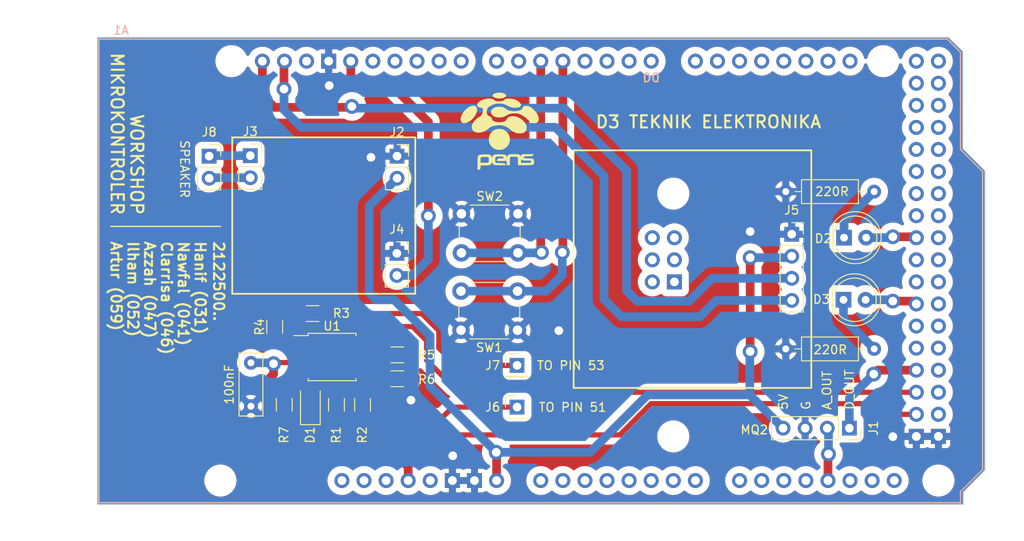
<source format=kicad_pcb>
(kicad_pcb (version 20221018) (generator pcbnew)
  (layers (0 "F.Cu" signal) (31 "B.Cu" signal) (34 "B.Paste" user) (35 "F.Paste" user) (36 "B.SilkS" user "B.Silkscreen") (37 "F.SilkS" user "F.Silkscreen") (38 "B.Mask" user) (39 "F.Mask" user) (44 "Edge.Cuts" user))
  (net 0 "")
  (net 1 "3V3")
  (net 2 "5V")
  (net 6 "A0")
  (net 24 "PE5")
  (net 25 "Net-(D2-A)")
  (net 31 "PB7")
  (net 62 "GND")
  (net 64 "MISO")
  (net 65 "MOSI")
  (net 68 "SCK")
  (net 69 "SCL_OLED")
  (net 70 "SDA_OLED")
  (net 71 "Net-(D1-K)")
  (net 72 "Net-(D2-K)")
  (net 73 "CS")
  (net 74 "Net-(U1-~{CS})")
  (net 75 "Data_In")
  (net 76 "CLK")
  (net 89 "Net-(D3-A)")
  (net 92 "Net-(A1-PadD5)")
  (net 93 "Net-(A1-PadD4)")
  (net 94 "Net-(D3-K)")
  (net 96 "Net-(J3-Pin_2)")
  (net 97 "Net-(J3-Pin_1)")
  (footprint "Resistor_SMD:R_1206_3216Metric" (layer "F.Cu") (at 134.4325 108.335 90)
    (fp_text reference "R2" (at -3.465 -0.0325 90) (layer "F.SilkS"))
    (fp_text value "1k")
    (pad "1" smd roundrect (at -1.4625 0 90) (size 1.125 1.75) (layers "F.Cu" "F.Paste" "F.Mask") (roundrect_rratio 0.2222222222) (net 65 "MOSI"))
    (pad "2" smd roundrect (at 1.4625 0 90) (size 1.125 1.75) (layers "F.Cu" "F.Paste" "F.Mask") (roundrect_rratio 0.2222222222) (net 75 "Data_In"))
  )
  (footprint "LED_THT:LED_D5.0mm" (layer "F.Cu") (at 189.725 96.25)
    (fp_text reference "D3" (at -2.525 -0.05) (layer "F.SilkS"))
    (fp_text value "LED")
    (pad "1" thru_hole rect (at 0 0) (size 1.8 1.8) (drill 0.9) (layers "*.Cu" "*.Mask") (net 94 "Net-(D3-K)"))
    (pad "2" thru_hole circle (at 2.54 0) (size 1.8 1.8) (drill 0.9) (layers "*.Cu" "*.Mask") (net 89 "Net-(D3-A)"))
  )
  (footprint "Resistor_SMD:R_1206_3216Metric" (layer "F.Cu") (at 138.4325 105.335)
    (fp_text reference "R6" (at 3.3675 0.065) (layer "F.SilkS"))
    (fp_text value "2k")
    (pad "1" smd roundrect (at -1.4625 0) (size 1.125 1.75) (layers "F.Cu" "F.Paste" "F.Mask") (roundrect_rratio 0.2222222222) (net 75 "Data_In"))
    (pad "2" smd roundrect (at 1.4625 0) (size 1.125 1.75) (layers "F.Cu" "F.Paste" "F.Mask") (roundrect_rratio 0.2222222222) (net 62 "GND"))
  )
  (footprint "PCM_arduino-library:Arduino_Mega2560_R3_Shield" (layer "F.Cu") (at 104.12 119.59)
    (fp_text reference "A1" (at 2.54 -54.356) (layer "B.SilkS") (effects (justify mirror)))
    (fp_text value "Arduino_Mega2560_R3_Shield")
    (fp_text user "D0" (at 63.5 -48.895 unlocked) (layer "B.SilkS") (effects (justify mirror)))
    (fp_text user "." (at 62.484 -32.004) (layer "B.SilkS"))
    (fp_text user "D0" (at 63.5 -48.895 unlocked) (layer "F.SilkS"))
    (fp_text user "." (at 62.484 -32.004) (layer "F.SilkS"))
    (pad "" np_thru_hole circle (at 13.97 -2.54) (size 3.2 3.2) (drill 3.2) (layers "*.Cu" "*.Mask"))
    (pad "" np_thru_hole circle (at 15.24 -50.8) (size 3.2 3.2) (drill 3.2) (layers "*.Cu" "*.Mask"))
    (pad "" thru_hole oval (at 27.94 -2.54) (size 1.7272 1.7272) (drill 1.016) (layers "*.Cu" "*.Mask"))
    (pad "" np_thru_hole circle (at 66.04 -35.56) (size 3.2 3.2) (drill 3.2) (layers "*.Cu" "*.Mask"))
    (pad "" np_thru_hole circle (at 66.04 -7.62) (size 3.2 3.2) (drill 3.2) (layers "*.Cu" "*.Mask"))
    (pad "" np_thru_hole circle (at 90.17 -50.8) (size 3.2 3.2) (drill 3.2) (layers "*.Cu" "*.Mask"))
    (pad "" np_thru_hole circle (at 96.52 -2.54) (size 3.2 3.2) (drill 3.2) (layers "*.Cu" "*.Mask"))
    (pad "3V3" thru_hole oval (at 35.56 -2.54) (size 1.7272 1.7272) (drill 1.016) (layers "*.Cu" "*.Mask") (net 1 "3V3"))
    (pad "5V1" thru_hole oval (at 38.1 -2.54) (size 1.7272 1.7272) (drill 1.016) (layers "*.Cu" "*.Mask"))
    (pad "5V2" thru_hole oval (at 66.167 -30.48) (size 1.7272 1.7272) (drill 1.016) (layers "*.Cu" "*.Mask"))
    (pad "5V3" thru_hole oval (at 93.98 -50.8) (size 1.7272 1.7272) (drill 1.016) (layers "*.Cu" "*.Mask"))
    (pad "5V4" thru_hole oval (at 96.52 -50.8) (size 1.7272 1.7272) (drill 1.016) (layers "*.Cu" "*.Mask"))
    (pad "A0" thru_hole oval (at 50.8 -2.54) (size 1.7272 1.7272) (drill 1.016) (layers "*.Cu" "*.Mask"))
    (pad "A1" thru_hole oval (at 53.34 -2.54) (size 1.7272 1.7272) (drill 1.016) (layers "*.Cu" "*.Mask"))
    (pad "A2" thru_hole oval (at 55.88 -2.54) (size 1.7272 1.7272) (drill 1.016) (layers "*.Cu" "*.Mask"))
    (pad "A3" thru_hole oval (at 58.42 -2.54) (size 1.7272 1.7272) (drill 1.016) (layers "*.Cu" "*.Mask"))
    (pad "A4" thru_hole oval (at 60.96 -2.54) (size 1.7272 1.7272) (drill 1.016) (layers "*.Cu" "*.Mask"))
    (pad "A5" thru_hole oval (at 63.5 -2.54) (size 1.7272 1.7272) (drill 1.016) (layers "*.Cu" "*.Mask"))
    (pad "A6" thru_hole oval (at 66.04 -2.54) (size 1.7272 1.7272) (drill 1.016) (layers "*.Cu" "*.Mask"))
    (pad "A7" thru_hole oval (at 68.58 -2.54) (size 1.7272 1.7272) (drill 1.016) (layers "*.Cu" "*.Mask"))
    (pad "A8" thru_hole oval (at 73.66 -2.54) (size 1.7272 1.7272) (drill 1.016) (layers "*.Cu" "*.Mask"))
    (pad "A9" thru_hole oval (at 76.2 -2.54) (size 1.7272 1.7272) (drill 1.016) (layers "*.Cu" "*.Mask"))
    (pad "A10" thru_hole oval (at 78.74 -2.54) (size 1.7272 1.7272) (drill 1.016) (layers "*.Cu" "*.Mask"))
    (pad "A11" thru_hole oval (at 81.28 -2.54) (size 1.7272 1.7272) (drill 1.016) (layers "*.Cu" "*.Mask"))
    (pad "A12" thru_hole oval (at 83.82 -2.54) (size 1.7272 1.7272) (drill 1.016) (layers "*.Cu" "*.Mask") (net 6 "A0"))
    (pad "A13" thru_hole oval (at 86.36 -2.54) (size 1.7272 1.7272) (drill 1.016) (layers "*.Cu" "*.Mask"))
    (pad "A14" thru_hole oval (at 88.9 -2.54) (size 1.7272 1.7272) (drill 1.016) (layers "*.Cu" "*.Mask"))
    (pad "A15" thru_hole oval (at 91.44 -2.54) (size 1.7272 1.7272) (drill 1.016) (layers "*.Cu" "*.Mask"))
    (pad "AREF" thru_hole oval (at 23.876 -50.8) (size 1.7272 1.7272) (drill 1.016) (layers "*.Cu" "*.Mask"))
    (pad "D0" thru_hole oval (at 63.5 -50.8) (size 1.7272 1.7272) (drill 1.016) (layers "*.Cu" "*.Mask"))
    (pad "D1" thru_hole oval (at 60.96 -50.8) (size 1.7272 1.7272) (drill 1.016) (layers "*.Cu" "*.Mask"))
    (pad "D2" thru_hole oval (at 58.42 -50.8) (size 1.7272 1.7272) (drill 1.016) (layers "*.Cu" "*.Mask"))
    (pad "D3" thru_hole oval (at 55.88 -50.8) (size 1.7272 1.7272) (drill 1.016) (layers "*.Cu" "*.Mask"))
    (pad "D4" thru_hole oval (at 53.34 -50.8) (size 1.7272 1.7272) (drill 1.016) (layers "*.Cu" "*.Mask") (net 93 "Net-(A1-PadD4)"))
    (pad "D5" thru_hole oval (at 50.8 -50.8) (size 1.7272 1.7272) (drill 1.016) (layers "*.Cu" "*.Mask") (net 92 "Net-(A1-PadD5)"))
    (pad "D6" thru_hole oval (at 48.26 -50.8) (size 1.7272 1.7272) (drill 1.016) (layers "*.Cu" "*.Mask"))
    (pad "D7" thru_hole oval (at 45.72 -50.8) (size 1.7272 1.7272) (drill 1.016) (layers "*.Cu" "*.Mask"))
    (pad "D8" thru_hole oval (at 41.656 -50.8) (size 1.7272 1.7272) (drill 1.016) (layers "*.Cu" "*.Mask"))
    (pad "D9" thru_hole oval (at 39.116 -50.8) (size 1.7272 1.7272) (drill 1.016) (layers "*.Cu" "*.Mask"))
    (pad "D10" thru_hole oval (at 36.576 -50.8) (size 1.7272 1.7272) (drill 1.016) (layers "*.Cu" "*.Mask"))
    (pad "D11" thru_hole oval (at 34.036 -50.8) (size 1.7272 1.7272) (drill 1.016) (layers "*.Cu" "*.Mask"))
    (pad "D12" thru_hole oval (at 31.496 -50.8) (size 1.7272 1.7272) (drill 1.016) (layers "*.Cu" "*.Mask"))
    (pad "D13" thru_hole oval (at 28.956 -50.8) (size 1.7272 1.7272) (drill 1.016) (layers "*.Cu" "*.Mask") (net 31 "PB7"))
    (pad "D14" thru_hole oval (at 68.58 -50.8) (size 1.7272 1.7272) (drill 1.016) (layers "*.Cu" "*.Mask"))
    (pad "D15" thru_hole oval (at 71.12 -50.8) (size 1.7272 1.7272) (drill 1.016) (layers "*.Cu" "*.Mask"))
    (pad "D16" thru_hole oval (at 73.66 -50.8) (size 1.7272 1.7272) (drill 1.016) (layers "*.Cu" "*.Mask"))
    (pad "D17" thru_hole oval (at 76.2 -50.8) (size 1.7272 1.7272) (drill 1.016) (layers "*.Cu" "*.Mask"))
    (pad "D18" thru_hole oval (at 78.74 -50.8) (size 1.7272 1.7272) (drill 1.016) (layers "*.Cu" "*.Mask"))
    (pad "D19" thru_hole oval (at 81.28 -50.8) (size 1.7272 1.7272) (drill 1.016) (layers "*.Cu" "*.Mask"))
    (pad "D20" thru_hole oval (at 83.82 -50.8) (size 1.7272 1.7272) (drill 1.016) (layers "*.Cu" "*.Mask"))
    (pad "D21" thru_hole oval (at 86.36 -50.8) (size 1.7272 1.7272) (drill 1.016) (layers "*.Cu" "*.Mask"))
    (pad "D22" thru_hole oval (at 93.98 -48.26) (size 1.7272 1.7272) (drill 1.016) (layers "*.Cu" "*.Mask"))
    (pad "D23" thru_hole oval (at 96.52 -48.26) (size 1.7272 1.7272) (drill 1.016) (layers "*.Cu" "*.Mask"))
    (pad "D24" thru_hole oval (at 93.98 -45.72) (size 1.7272 1.7272) (drill 1.016) (layers "*.Cu" "*.Mask"))
    (pad "D25" thru_hole oval (at 96.52 -45.72) (size 1.7272 1.7272) (drill 1.016) (layers "*.Cu" "*.Mask"))
    (pad "D26" thru_hole oval (at 93.98 -43.18) (size 1.7272 1.7272) (drill 1.016) (layers "*.Cu" "*.Mask"))
    (pad "D27" thru_hole oval (at 96.52 -43.18) (size 1.7272 1.7272) (drill 1.016) (layers "*.Cu" "*.Mask"))
    (pad "D28" thru_hole oval (at 93.98 -40.64) (size 1.7272 1.7272) (drill 1.016) (layers "*.Cu" "*.Mask"))
    (pad "D29" thru_hole oval (at 96.52 -40.64) (size 1.7272 1.7272) (drill 1.016) (layers "*.Cu" "*.Mask"))
    (pad "D30" thru_hole oval (at 93.98 -38.1) (size 1.7272 1.7272) (drill 1.016) (layers "*.Cu" "*.Mask"))
    (pad "D31" thru_hole oval (at 96.52 -38.1) (size 1.7272 1.7272) (drill 1.016) (layers "*.Cu" "*.Mask"))
    (pad "D32" thru_hole oval (at 93.98 -35.56) (size 1.7272 1.7272) (drill 1.016) (layers "*.Cu" "*.Mask"))
    (pad "D33" thru_hole oval (at 96.52 -35.56) (size 1.7272 1.7272) (drill 1.016) (layers "*.Cu" "*.Mask"))
    (pad "D34" thru_hole oval (at 93.98 -33.02) (size 1.7272 1.7272) (drill 1.016) (layers "*.Cu" "*.Mask"))
    (pad "D35" thru_hole oval (at 96.52 -33.02) (size 1.7272 1.7272) (drill 1.016) (layers "*.Cu" "*.Mask"))
    (pad "D36" thru_hole oval (at 93.98 -30.48) (size 1.7272 1.7272) (drill 1.016) (layers "*.Cu" "*.Mask") (net 25 "Net-(D2-A)"))
    (pad "D37" thru_hole oval (at 96.52 -30.48) (size 1.7272 1.7272) (drill 1.016) (layers "*.Cu" "*.Mask"))
    (pad "D38" thru_hole oval (at 93.98 -27.94) (size 1.7272 1.7272) (drill 1.016) (layers "*.Cu" "*.Mask"))
    (pad "D39" thru_hole oval (at 96.52 -27.94) (size 1.7272 1.7272) (drill 1.016) (layers "*.Cu" "*.Mask"))
    (pad "D40" thru_hole oval (at 93.98 -25.4) (size 1.7272 1.7272) (drill 1.016) (layers "*.Cu" "*.Mask"))
    (pad "D41" thru_hole oval (at 96.52 -25.4) (size 1.7272 1.7272) (drill 1.016) (layers "*.Cu" "*.Mask"))
    (pad "D42" thru_hole oval (at 93.98 -22.86) (size 1.7272 1.7272) (drill 1.016) (layers "*.Cu" "*.Mask") (net 89 "Net-(D3-A)"))
    (pad "D43" thru_hole oval (at 96.52 -22.86) (size 1.7272 1.7272) (drill 1.016) (layers "*.Cu" "*.Mask"))
    (pad "D44" thru_hole oval (at 93.98 -20.32) (size 1.7272 1.7272) (drill 1.016) (layers "*.Cu" "*.Mask"))
    (pad "D45" thru_hole oval (at 96.52 -20.32) (size 1.7272 1.7272) (drill 1.016) (layers "*.Cu" "*.Mask"))
    (pad "D46" thru_hole oval (at 93.98 -17.78) (size 1.7272 1.7272) (drill 1.016) (layers "*.Cu" "*.Mask"))
    (pad "D47" thru_hole oval (at 96.52 -17.78) (size 1.7272 1.7272) (drill 1.016) (layers "*.Cu" "*.Mask"))
    (pad "D48" thru_hole oval (at 93.98 -15.24) (size 1.7272 1.7272) (drill 1.016) (layers "*.Cu" "*.Mask") (net 24 "PE5"))
    (pad "D49" thru_hole oval (at 96.52 -15.24) (size 1.7272 1.7272) (drill 1.016) (layers "*.Cu" "*.Mask"))
    (pad "D50" thru_hole oval (at 93.98 -12.7) (size 1.7272 1.7272) (drill 1.016) (layers "*.Cu" "*.Mask") (net 64 "MISO"))
    (pad "D51" thru_hole oval (at 96.52 -12.7) (size 1.7272 1.7272) (drill 1.016) (layers "*.Cu" "*.Mask"))
    (pad "D52" thru_hole oval (at 93.98 -10.16) (size 1.7272 1.7272) (drill 1.016) (layers "*.Cu" "*.Mask") (net 68 "SCK"))
    (pad "D53" thru_hole oval (at 96.52 -10.16) (size 1.7272 1.7272) (drill 1.016) (layers "*.Cu" "*.Mask"))
    (pad "GND1" thru_hole rect (at 26.416 -50.8) (size 1.7272 1.7272) (drill 1.016) (layers "*.Cu" "*.Mask") (net 62 "GND"))
    (pad "GND2" thru_hole rect (at 40.64 -2.54) (size 1.7272 1.7272) (drill 1.016) (layers "*.Cu" "*.Mask") (net 62 "GND"))
    (pad "GND3" thru_hole rect (at 43.18 -2.54) (size 1.7272 1.7272) (drill 1.016) (layers "*.Cu" "*.Mask") (net 62 "GND"))
    (pad "GND4" thru_hole rect (at 66.167 -25.4) (size 1.7272 1.7272) (drill 1.016) (layers "*.Cu" "*.Mask"))
    (pad "GND5" thru_hole rect (at 93.98 -7.62) (size 1.7272 1.7272) (drill 1.016) (layers "*.Cu" "*.Mask") (net 62 "GND"))
    (pad "GND6" thru_hole rect (at 96.52 -7.62) (size 1.7272 1.7272) (drill 1.016) (layers "*.Cu" "*.Mask") (net 62 "GND"))
    (pad "IORF" thru_hole oval (at 30.48 -2.54) (size 1.7272 1.7272) (drill 1.016) (layers "*.Cu" "*.Mask"))
    (pad "MISO" thru_hole oval (at 63.627 -30.48) (size 1.7272 1.7272) (drill 1.016) (layers "*.Cu" "*.Mask"))
    (pad "MOSI" thru_hole oval (at 66.167 -27.94) (size 1.7272 1.7272) (drill 1.016) (layers "*.Cu" "*.Mask"))
    (pad "RST1" thru_hole oval (at 33.02 -2.54) (size 1.7272 1.7272) (drill 1.016) (layers "*.Cu" "*.Mask"))
    (pad "RST2" thru_hole oval (at 63.627 -25.4) (size 1.7272 1.7272) (drill 1.016) (layers "*.Cu" "*.Mask"))
    (pad "SCK" thru_hole oval (at 63.627 -27.94) (size 1.7272 1.7272) (drill 1.016) (layers "*.Cu" "*.Mask"))
    (pad "SCL" thru_hole oval (at 18.796 -50.8) (size 1.7272 1.7272) (drill 1.016) (layers "*.Cu" "*.Mask") (net 69 "SCL_OLED"))
    (pad "SDA" thru_hole oval (at 21.336 -50.8) (size 1.7272 1.7272) (drill 1.016) (layers "*.Cu" "*.Mask") (net 70 "SDA_OLED"))
    (pad "VIN" thru_hole oval (at 45.72 -2.54) (size 1.7272 1.7272) (drill 1.016) (layers "*.Cu" "*.Mask") (net 2 "5V"))
  )
  (footprint "LED_SMD:LED_1206_3216Metric" (layer "F.Cu") (at 128.4325 108.335 90)
    (fp_text reference "D1" (at -3.465 -0.0325 90) (layer "F.SilkS"))
    (fp_text value "LED")
    (pad "1" smd roundrect (at -1.4 0 90) (size 1.25 1.75) (layers "F.Cu" "F.Paste" "F.Mask") (roundrect_rratio 0.2) (net 71 "Net-(D1-K)"))
    (pad "2" smd roundrect (at 1.4 0 90) (size 1.25 1.75) (layers "F.Cu" "F.Paste" "F.Mask") (roundrect_rratio 0.2) (net 1 "3V3"))
  )
  (footprint "Connector_PinSocket_2.54mm:PinSocket_1x04_P2.54mm_Vertical" (layer "F.Cu") (at 190.4 111.025 -90)
    (fp_text reference "J1" (at 0 -2.77 90) (layer "F.SilkS"))
    (fp_text value "MQ-2 MODULE")
    (pad "1" thru_hole rect (at 0 0 270) (size 1.7 1.7) (drill 1) (layers "*.Cu" "*.Mask") (net 24 "PE5"))
    (pad "2" thru_hole oval (at 0 2.54 270) (size 1.7 1.7) (drill 1) (layers "*.Cu" "*.Mask") (net 6 "A0"))
    (pad "3" thru_hole oval (at 0 5.08 270) (size 1.7 1.7) (drill 1) (layers "*.Cu" "*.Mask") (net 62 "GND"))
    (pad "4" thru_hole oval (at 0 7.62 270) (size 1.7 1.7) (drill 1) (layers "*.Cu" "*.Mask") (net 2 "5V"))
  )
  (footprint "Resistor_SMD:R_1206_3216Metric" (layer "F.Cu") (at 125.4325 108.335 -90)
    (fp_text reference "R7" (at 3.465 0.0325 90) (layer "F.SilkS"))
    (fp_text value "100R")
    (pad "1" smd roundrect (at -1.4625 0 270) (size 1.125 1.75) (layers "F.Cu" "F.Paste" "F.Mask") (roundrect_rratio 0.2222222222) (net 62 "GND"))
    (pad "2" smd roundrect (at 1.4625 0 270) (size 1.125 1.75) (layers "F.Cu" "F.Paste" "F.Mask") (roundrect_rratio 0.2222222222) (net 71 "Net-(D1-K)"))
  )
  (footprint "Resistor_SMD:R_1206_3216Metric" (layer "F.Cu") (at 128.6825 97.835)
    (fp_text reference "R3" (at 3.3175 -0.035) (layer "F.SilkS"))
    (fp_text value "1k")
    (pad "1" smd roundrect (at -1.4625 0) (size 1.125 1.75) (layers "F.Cu" "F.Paste" "F.Mask") (roundrect_rratio 0.2222222222) (net 74 "Net-(U1-~{CS})"))
    (pad "2" smd roundrect (at 1.4625 0) (size 1.125 1.75) (layers "F.Cu" "F.Paste" "F.Mask") (roundrect_rratio 0.2222222222) (net 73 "CS"))
  )
  (footprint "LOGO" (layer "F.Cu") (at 150.2 76.8)
    (fp_text reference "G***" hide)
    (fp_text value "LOGO" hide)
  )
  (footprint "Connector_PinSocket_2.54mm:PinSocket_1x02_P2.54mm_Vertical" (layer "F.Cu") (at 121.525 79.66)
    (fp_text reference "J3" (at 0 -2.77) (layer "F.SilkS"))
    (fp_text value "Speaker Conn")
    (pad "1" thru_hole rect (at 0 0) (size 1.7 1.7) (drill 1) (layers "*.Cu" "*.Mask") (net 97 "Net-(J3-Pin_1)"))
    (pad "2" thru_hole oval (at 0 2.54) (size 1.7 1.7) (drill 1) (layers "*.Cu" "*.Mask") (net 96 "Net-(J3-Pin_2)"))
  )
  (footprint "Connector_PinSocket_2.54mm:PinSocket_1x02_P2.54mm_Vertical" (layer "F.Cu") (at 138.4 79.72)
    (fp_text reference "J2" (at 0 -2.77) (layer "F.SilkS"))
    (fp_text value "VCC")
    (pad "1" thru_hole rect (at 0 0) (size 1.7 1.7) (drill 1) (layers "*.Cu" "*.Mask") (net 62 "GND"))
    (pad "2" thru_hole oval (at 0 2.54) (size 1.7 1.7) (drill 1) (layers "*.Cu" "*.Mask") (net 2 "5V"))
  )
  (footprint "Connector_PinSocket_2.54mm:PinSocket_1x04_P2.54mm_Vertical" (layer "F.Cu") (at 183.775 88.7)
    (fp_text reference "J5" (at 0 -2.77) (layer "F.SilkS"))
    (fp_text value "OLED MODULE")
    (pad "1" thru_hole rect (at 0 0) (size 1.7 1.7) (drill 1) (layers "*.Cu" "*.Mask") (net 62 "GND"))
    (pad "2" thru_hole oval (at 0 2.54) (size 1.7 1.7) (drill 1) (layers "*.Cu" "*.Mask") (net 2 "5V"))
    (pad "3" thru_hole oval (at 0 5.08) (size 1.7 1.7) (drill 1) (layers "*.Cu" "*.Mask") (net 69 "SCL_OLED"))
    (pad "4" thru_hole oval (at 0 7.62) (size 1.7 1.7) (drill 1) (layers "*.Cu" "*.Mask") (net 70 "SDA_OLED"))
  )
  (footprint "Connector_PinHeader_2.54mm:PinHeader_1x01_P2.54mm_Vertical" (layer "F.Cu") (at 152.2 103.8)
    (fp_text reference "J7" (at -2.8 0) (layer "F.SilkS"))
    (fp_text value "CS")
    (pad "1" thru_hole rect (at 0 0) (size 1.7 1.7) (drill 1) (layers "*.Cu" "*.Mask") (net 73 "CS"))
  )
  (footprint "Button_Switch_THT:SW_PUSH_6mm_H8mm" (layer "F.Cu") (at 152.25 99.75 180)
    (fp_text reference "SW1" (at 3.25 -2) (layer "F.SilkS"))
    (fp_text value "SW_Push")
    (pad "1" thru_hole circle (at 0 0 270) (size 2 2) (drill 1.1) (layers "*.Cu" "*.Mask") (net 62 "GND"))
    (pad "1" thru_hole circle (at 6.5 0 270) (size 2 2) (drill 1.1) (layers "*.Cu" "*.Mask") (net 62 "GND"))
    (pad "2" thru_hole circle (at 0 4.5 270) (size 2 2) (drill 1.1) (layers "*.Cu" "*.Mask") (net 93 "Net-(A1-PadD4)"))
    (pad "2" thru_hole circle (at 6.5 4.5 270) (size 2 2) (drill 1.1) (layers "*.Cu" "*.Mask") (net 93 "Net-(A1-PadD4)"))
  )
  (footprint "Connector_PinHeader_2.54mm:PinHeader_1x01_P2.54mm_Vertical" (layer "F.Cu") (at 152.2 108.6)
    (fp_text reference "J6" (at -2.8 0) (layer "F.SilkS"))
    (fp_text value "MOSI")
    (pad "1" thru_hole rect (at 0 0) (size 1.7 1.7) (drill 1) (layers "*.Cu" "*.Mask") (net 65 "MOSI"))
  )
  (footprint "Package_SO:SOP-8_5.28x5.23mm_P1.27mm" (layer "F.Cu") (at 130.9325 102.835)
    (fp_text reference "U1" (at 0 -3.56) (layer "F.SilkS"))
    (fp_text value "W25Q32JVSS")
    (pad "1" smd roundrect (at -3.6 -1.905) (size 1.6 0.6) (layers "F.Cu" "F.Paste" "F.Mask") (net 74 "Net-(U1-~{CS})"))
    (pad "2" smd roundrect (at -3.6 -0.635) (size 1.6 0.6) (layers "F.Cu" "F.Paste" "F.Mask") (net 64 "MISO"))
    (pad "3" smd roundrect (at -3.6 0.635) (size 1.6 0.6) (layers "F.Cu" "F.Paste" "F.Mask") (net 1 "3V3"))
    (pad "4" smd roundrect (at -3.6 1.905) (size 1.6 0.6) (layers "F.Cu" "F.Paste" "F.Mask") (net 62 "GND"))
    (pad "5" smd roundrect (at 3.6 1.905) (size 1.6 0.6) (layers "F.Cu" "F.Paste" "F.Mask") (net 75 "Data_In"))
    (pad "6" smd roundrect (at 3.6 0.635) (size 1.6 0.6) (layers "F.Cu" "F.Paste" "F.Mask") (net 76 "CLK"))
    (pad "7" smd roundrect (at 3.6 -0.635) (size 1.6 0.6) (layers "F.Cu" "F.Paste" "F.Mask") (net 1 "3V3"))
    (pad "8" smd roundrect (at 3.6 -1.905) (size 1.6 0.6) (layers "F.Cu" "F.Paste" "F.Mask") (net 1 "3V3"))
  )
  (footprint "Resistor_SMD:R_1206_3216Metric" (layer "F.Cu") (at 124.3325 99.3725 -90)
    (fp_text reference "R4" (at 0 1.7325 90) (layer "F.SilkS"))
    (fp_text value "2k")
    (pad "1" smd roundrect (at -1.4625 0 270) (size 1.125 1.75) (layers "F.Cu" "F.Paste" "F.Mask") (roundrect_rratio 0.2222222222) (net 62 "GND"))
    (pad "2" smd roundrect (at 1.4625 0 270) (size 1.125 1.75) (layers "F.Cu" "F.Paste" "F.Mask") (roundrect_rratio 0.2222222222) (net 74 "Net-(U1-~{CS})"))
  )
  (footprint "Connector_PinSocket_2.54mm:PinSocket_1x02_P2.54mm_Vertical" (layer "F.Cu") (at 138.375 90.91)
    (fp_text reference "J4" (at 0 -2.77) (layer "F.SilkS"))
    (fp_text value "AMP MODULE")
    (pad "1" thru_hole rect (at 0 0) (size 1.7 1.7) (drill 1) (layers "*.Cu" "*.Mask") (net 62 "GND"))
    (pad "2" thru_hole oval (at 0 2.54) (size 1.7 1.7) (drill 1) (layers "*.Cu" "*.Mask") (net 31 "PB7"))
  )
  (footprint "Button_Switch_THT:SW_PUSH_6mm_H8mm" (layer "F.Cu") (at 145.8 86.35)
    (fp_text reference "SW2" (at 3.25 -2) (layer "F.SilkS"))
    (fp_text value "SW_Push")
    (pad "1" thru_hole circle (at 0 0 90) (size 2 2) (drill 1.1) (layers "*.Cu" "*.Mask") (net 62 "GND"))
    (pad "1" thru_hole circle (at 6.5 0 90) (size 2 2) (drill 1.1) (layers "*.Cu" "*.Mask") (net 62 "GND"))
    (pad "2" thru_hole circle (at 0 4.5 90) (size 2 2) (drill 1.1) (layers "*.Cu" "*.Mask") (net 92 "Net-(A1-PadD5)"))
    (pad "2" thru_hole circle (at 6.5 4.5 90) (size 2 2) (drill 1.1) (layers "*.Cu" "*.Mask") (net 92 "Net-(A1-PadD5)"))
  )
  (footprint "Resistor_THT:R_Axial_DIN0207_L6.3mm_D2.5mm_P10.16mm_Horizontal" (layer "F.Cu") (at 193.25 101.9 180)
    (fp_text reference "R9" hide)
    (fp_text value "220R" (at 5.05 -0.1) (layer "F.SilkS"))
    (pad "1" thru_hole circle (at 0 0 180) (size 1.6 1.6) (drill 0.8) (layers "*.Cu" "*.Mask") (net 94 "Net-(D3-K)"))
    (pad "2" thru_hole oval (at 10.16 0 180) (size 1.6 1.6) (drill 0.8) (layers "*.Cu" "*.Mask") (net 62 "GND"))
  )
  (footprint "Resistor_THT:R_Axial_DIN0207_L6.3mm_D2.5mm_P10.16mm_Horizontal" (layer "F.Cu") (at 193.25 83.8 180)
    (fp_text reference "R8" hide)
    (fp_text value "220R" (at 4.85 0) (layer "F.SilkS"))
    (pad "1" thru_hole circle (at 0 0 180) (size 1.6 1.6) (drill 0.8) (layers "*.Cu" "*.Mask") (net 72 "Net-(D2-K)"))
    (pad "2" thru_hole oval (at 10.16 0 180) (size 1.6 1.6) (drill 0.8) (layers "*.Cu" "*.Mask") (net 62 "GND"))
  )
  (footprint "Resistor_SMD:R_1206_3216Metric" (layer "F.Cu") (at 138.4325 102.585)
    (fp_text reference "R5" (at 3.3675 0.015) (layer "F.SilkS"))
    (fp_text value "2k")
    (pad "1" smd roundrect (at -1.4625 0) (size 1.125 1.75) (layers "F.Cu" "F.Paste" "F.Mask") (roundrect_rratio 0.2222222222) (net 76 "CLK"))
    (pad "2" smd roundrect (at 1.4625 0) (size 1.125 1.75) (layers "F.Cu" "F.Paste" "F.Mask") (roundrect_rratio 0.2222222222) (net 62 "GND"))
  )
  (footprint "Resistor_SMD:R_1206_3216Metric" (layer "F.Cu") (at 131.4325 108.335 90)
    (fp_text reference "R1" (at -3.465 -0.0325 90) (layer "F.SilkS"))
    (fp_text value "1k")
    (pad "1" smd roundrect (at -1.4625 0 90) (size 1.125 1.75) (layers "F.Cu" "F.Paste" "F.Mask") (roundrect_rratio 0.2222222222) (net 68 "SCK"))
    (pad "2" smd roundrect (at 1.4625 0 90) (size 1.125 1.75) (layers "F.Cu" "F.Paste" "F.Mask") (roundrect_rratio 0.2222222222) (net 76 "CLK"))
  )
  (footprint "Capacitor_THT:C_Rect_L7.0mm_W2.5mm_P5.00mm" (layer "F.Cu") (at 121.6 103.5 -90)
    (fp_text reference "C1" hide)
    (fp_text value "100nF" (at 2.5 2.5 90) (layer "F.SilkS"))
    (pad "1" thru_hole circle (at 0 0 270) (size 1.6 1.6) (drill 0.8) (layers "*.Cu" "*.Mask") (net 1 "3V3"))
    (pad "2" thru_hole circle (at 5 0 270) (size 1.6 1.6) (drill 0.8) (layers "*.Cu" "*.Mask") (net 62 "GND"))
  )
  (footprint "Connector_PinSocket_2.54mm:PinSocket_1x02_P2.54mm_Vertical" (layer "F.Cu") (at 116.8 79.72)
    (fp_text reference "J8" (at 0 -2.77) (layer "F.SilkS"))
    (fp_text value "Speaker Conn")
    (pad "1" thru_hole rect (at 0 0) (size 1.7 1.7) (drill 1) (layers "*.Cu" "*.Mask") (net 97 "Net-(J3-Pin_1)"))
    (pad "2" thru_hole oval (at 0 2.54) (size 1.7 1.7) (drill 1) (layers "*.Cu" "*.Mask") (net 96 "Net-(J3-Pin_2)"))
  )
  (footprint "LED_THT:LED_D5.0mm" (layer "F.Cu") (at 189.79 89.1)
    (fp_text reference "D2" (at -2.39 0.1) (layer "F.SilkS"))
    (fp_text value "LED")
    (pad "1" thru_hole rect (at 0 0) (size 1.8 1.8) (drill 0.9) (layers "*.Cu" "*.Mask") (net 72 "Net-(D2-K)"))
    (pad "2" thru_hole circle (at 2.54 0) (size 1.8 1.8) (drill 0.9) (layers "*.Cu" "*.Mask") (net 25 "Net-(D2-A)"))
  )
  (gr_rect (start 119.45 77.56) (end 140.49 95.56) (stroke (width 0.2)) (fill none) (layer "F.SilkS"))
  (gr_line (start 105.5 87.8) (end 118.1 87.8) (stroke (width 0.15)) (layer "F.SilkS"))
  (gr_rect (start 158.705 79.05) (end 186.025 106.39) (stroke (width 0.2)) (fill none) (layer "F.SilkS"))
  (gr_line (start 203.45 67.65) (end 203.45 78.85) (stroke (width 0.1)) (layer "Edge.Cuts"))
  (gr_line (start 206 81.4) (end 206 115.85) (stroke (width 0.1)) (layer "Edge.Cuts"))
  (gr_line (start 203.5 118.4) (end 203.5 119.8) (stroke (width 0.1)) (layer "Edge.Cuts"))
  (gr_line (start 103.95 119.8) (end 103.95 66.05) (stroke (width 0.1)) (layer "Edge.Cuts"))
  (gr_line (start 203.45 78.85) (end 206 81.4) (stroke (width 0.1)) (layer "Edge.Cuts"))
  (gr_line (start 201.8 66.05) (end 203.45 67.65) (stroke (width 0.1)) (layer "Edge.Cuts"))
  (gr_line (start 103.95 66.05) (end 201.8 66.05) (stroke (width 0.1)) (layer "Edge.Cuts"))
  (gr_line (start 206 115.85) (end 203.5 118.4) (stroke (width 0.1)) (layer "Edge.Cuts"))
  (gr_line (start 203.5 119.8) (end 103.95 119.8) (stroke (width 0.1)) (layer "Edge.Cuts"))
  (gr_text "5V" (at 183.4 109 90) (layer "F.SilkS") (effects (font (size 1 1)) (justify left bottom)))
  (gr_text "G" (at 186 109 90) (layer "F.SilkS") (effects (font (size 1 1)) (justify left bottom)))
  (gr_text "SPEAKER" (at 113.4 77.8 -90) (layer "F.SilkS") (effects (font (size 1 1)) (justify left bottom)))
  (gr_text "TO PIN 51" (at 154.6 109.2) (layer "F.SilkS") (effects (font (size 1 1)) (justify left bottom)))
  (gr_text "D_OUT" (at 191 109 90) (layer "F.SilkS") (effects (font (size 1 1)) (justify left bottom)))
  (gr_text "MQ2" (at 177.8 111.8) (layer "F.SilkS") (effects (font (size 1 1)) (justify left bottom)))
  (gr_text "2122500.." (at 117.2 89.4 270) (layer "F.SilkS") (effects (font (size 1.2 1.2) (thickness 0.24) bold) (justify left bottom)))
  (gr_text "A_OUT" (at 188.4 109 90) (layer "F.SilkS") (effects (font (size 1 1)) (justify left bottom)))
  (gr_text "D3 TEKNIK ELEKTRONIKA" (at 174.2 76.6) (layer "F.SilkS") (effects (font (size 1.4 1.4) (thickness 0.24) bold) (justify bottom)))
  (gr_text "Hanif (031)\nNawfal (041)\nClarrisa (046)\nAzzah (047)\nIlham (052)\nArtur (059)" (at 105.4 89.4 270) (layer "F.SilkS") (effects (font (size 1.2 1.2) (thickness 0.24) bold) (justify left bottom)))
  (gr_text "TO PIN 53" (at 154.4 104.4) (layer "F.SilkS") (effects (font (size 1 1)) (justify left bottom)))
  (gr_text "WORKSHOP\nMIKROKONTROLER" (at 105.4 86.6 270) (layer "F.SilkS") (effects (font (size 1.4 1.4) (thickness 0.24) bold) (justify right bottom)))
  (segment (start 124.2 104.8) (end 124.2 103.6) (width 1) (layer "F.Cu") (net 1))
  (segment (start 131.3175 102.2) (end 130.0475 103.47) (width 0.6) (layer "F.Cu") (net 1))
  (segment (start 134.5325 102.2) (end 134.5325 100.93) (width 0.6) (layer "F.Cu") (net 1))
  (segment (start 122.4 114.4) (end 121.9 113.9) (width 1) (layer "F.Cu") (net 1))
  (segment (start 124.33 103.47) (end 124.2 103.6) (width 0.6) (layer "F.Cu") (net 1))
  (segment (start 134.5325 102.2) (end 131.3175 102.2) (width 0.6) (layer "F.Cu") (net 1))
  (segment (start 139.68 117.05) (end 139.68 115.48) (width 1) (layer "F.Cu") (net 1))
  (segment (start 118.6 110.6) (end 118.6 108) (width 1) (layer "F.Cu") (net 1))
  (segment (start 130.0475 103.47) (end 127.3325 103.47) (width 0.6) (layer "F.Cu") (net 1))
  (segment (start 138.6 114.4) (end 122.4 114.4) (width 1) (layer "F.Cu") (net 1))
  (segment (start 127.3325 103.47) (end 124.33 103.47) (width 0.6) (layer "F.Cu") (net 1))
  (segment (start 130.0475 105.32) (end 128.4325 106.935) (width 0.6) (layer "F.Cu") (net 1))
  (segment (start 122.8 106.2) (end 124.2 104.8) (width 1) (layer "F.Cu") (net 1))
  (segment (start 118.6 108) (end 120.4 106.2) (width 1) (layer "F.Cu") (net 1))
  (segment (start 139.68 115.48) (end 138.6 114.4) (width 1) (layer "F.Cu") (net 1))
  (segment (start 121.9 113.9) (end 118.6 110.6) (width 1) (layer "F.Cu") (net 1))
  (segment (start 120.4 106.2) (end 122.8 106.2) (width 1) (layer "F.Cu") (net 1))
  (segment (start 130.0475 103.47) (end 130.0475 105.32) (width 0.6) (layer "F.Cu") (net 1))
  (via (at 124.2 103.6) (size 1.7) (drill 1) (layers "F.Cu" "B.Cu") (net 1))
  (segment (start 121.6 103.5) (end 124.1 103.5) (width 1) (layer "B.Cu") (net 1))
  (segment (start 124.1 103.5) (end 124.2 103.6) (width 1) (layer "B.Cu") (net 1))
  (segment (start 149.84 117.05) (end 149.84 113.84) (width 1) (layer "F.Cu") (net 2))
  (segment (start 179 102.2) (end 179 91.4) (width 1) (layer "F.Cu") (net 2))
  (segment (start 149.84 113.84) (end 149.8 113.8) (width 1) (layer "F.Cu") (net 2))
  (via (at 149.8 113.8) (size 1.7) (drill 1) (layers "F.Cu" "B.Cu") (net 2))
  (via (at 179 91.4) (size 1.7) (drill 1) (layers "F.Cu" "B.Cu") (net 2))
  (via (at 179 102.2) (size 1.7) (drill 1) (layers "F.Cu" "B.Cu") (net 2))
  (segment (start 135.2 95.46) (end 136 96.26) (width 1) (layer "B.Cu") (net 2))
  (segment (start 178.955 102.245) (end 179 102.2) (width 1) (layer "B.Cu") (net 2))
  (segment (start 138.4 82.26) (end 135.2 85.46) (width 1) (layer "B.Cu") (net 2))
  (segment (start 149.8 113.8) (end 160.6 113.8) (width 1) (layer "B.Cu") (net 2))
  (segment (start 136 96.26) (end 138.06 96.26) (width 1) (layer "B.Cu") (net 2))
  (segment (start 167.2 107.2) (end 178.955 107.2) (width 1) (layer "B.Cu") (net 2))
  (segment (start 142.2 100.4) (end 142.2 106.2) (width 1) (layer "B.Cu") (net 2))
  (segment (start 183.615 91.4) (end 183.775 91.24) (width 1) (layer "B.Cu") (net 2))
  (segment (start 178.955 107.2) (end 178.955 102.245) (width 1) (layer "B.Cu") (net 2))
  (segment (start 178.955 107.2) (end 182.78 111.025) (width 1) (layer "B.Cu") (net 2))
  (segment (start 142.2 106.2) (end 149.8 113.8) (width 1) (layer "B.Cu") (net 2))
  (segment (start 179 91.4) (end 183.615 91.4) (width 1) (layer "B.Cu") (net 2))
  (segment (start 135.2 85.46) (end 135.2 95.46) (width 1) (layer "B.Cu") (net 2))
  (segment (start 138.06 96.26) (end 142.2 100.4) (width 1) (layer "B.Cu") (net 2))
  (segment (start 160.6 113.8) (end 167.2 107.2) (width 1) (layer "B.Cu") (net 2))
  (segment (start 187.94 115.31) (end 187.94 117.05) (width 1) (layer "F.Cu") (net 6))
  (segment (start 187.94 115.31) (end 187.94 114.06) (width 1) (layer "F.Cu") (net 6))
  (segment (start 187.94 114.06) (end 188 114) (width 1) (layer "F.Cu") (net 6))
  (via (at 188 114) (size 1.7) (drill 1) (layers "F.Cu" "B.Cu") (net 6))
  (segment (start 188 111.165) (end 187.86 111.025) (width 1) (layer "B.Cu") (net 6))
  (segment (start 188 114) (end 188 111.165) (width 1) (layer "B.Cu") (net 6))
  (segment (start 198.1 104.35) (end 193.65 104.35) (width 1) (layer "F.Cu") (net 24))
  (segment (start 193.65 104.35) (end 193.2 104.8) (width 1) (layer "F.Cu") (net 24))
  (via (at 193.2 104.8) (size 1.7) (drill 1) (layers "F.Cu" "B.Cu") (net 24))
  (segment (start 190.4 107.6) (end 193.2 104.8) (width 1) (layer "B.Cu") (net 24))
  (segment (start 190.4 111.025) (end 190.4 107.6) (width 1) (layer "B.Cu") (net 24))
  (segment (start 197.99 89) (end 198.1 89.11) (width 1) (layer "F.Cu") (net 25))
  (segment (start 195.4 89) (end 197.99 89) (width 1) (layer "F.Cu") (net 25))
  (via (at 195.4 89) (size 1.7) (drill 1) (layers "F.Cu" "B.Cu") (net 25))
  (segment (start 192.34 89.11) (end 192.33 89.1) (width 1) (layer "B.Cu") (net 25))
  (segment (start 192.33 89.1) (end 195.3 89.1) (width 1) (layer "B.Cu") (net 25))
  (segment (start 195.3 89.1) (end 195.4 89) (width 1) (layer "B.Cu") (net 25))
  (segment (start 137.8 71.6) (end 142 75.8) (width 1) (layer "F.Cu") (net 31))
  (segment (start 133.076 70.476) (end 134.2 71.6) (width 1) (layer "F.Cu") (net 31))
  (segment (start 133.076 68.79) (end 133.076 70.476) (width 1) (layer "F.Cu") (net 31))
  (segment (start 142 75.8) (end 142 86.6) (width 1) (layer "F.Cu") (net 31))
  (segment (start 134.2 71.6) (end 137.8 71.6) (width 1) (layer "F.Cu") (net 31))
  (via (at 142 86.6) (size 1.7) (drill 1) (layers "F.Cu" "B.Cu") (net 31))
  (segment (start 142 86.6) (end 142 91.6) (width 1) (layer "B.Cu") (net 31))
  (segment (start 140.15 93.45) (end 138.375 93.45) (width 1) (layer "B.Cu") (net 31))
  (segment (start 142 91.6) (end 140.15 93.45) (width 1) (layer "B.Cu") (net 31))
  (via (at 195.4 112) (size 1.7) (drill 1) (layers "F.Cu" "B.Cu") (net 62))
  (via (at 179 88.4) (size 1.7) (drill 1) (layers "F.Cu" "B.Cu") (net 62))
  (via (at 140 107.8) (size 1.7) (drill 1) (layers "F.Cu" "B.Cu") (net 62))
  (via (at 135.4 79.86) (size 1.7) (drill 1) (layers "F.Cu" "B.Cu") (net 62))
  (via (at 157 99.8) (size 1.7) (drill 1) (layers "F.Cu" "B.Cu") (net 62))
  (via (at 130.6 71.6) (size 1.7) (drill 1) (layers "F.Cu" "B.Cu") (net 62))
  (via (at 144.8 114.2) (size 1.7) (drill 1) (layers "F.Cu" "B.Cu") (net 62))
  (segment (start 129.0675 102.2) (end 131.9325 99.335) (width 0.6) (layer "F.Cu") (net 64))
  (segment (start 140.1825 99.335) (end 141.8 100.9525) (width 0.6) (layer "F.Cu") (net 64))
  (segment (start 141.8 103.2) (end 144.8 106.2) (width 0.6) (layer "F.Cu") (net 64))
  (segment (start 141.8 100.9525) (end 141.8 103.2) (width 0.6) (layer "F.Cu") (net 64))
  (segment (start 131.9325 99.335) (end 140.1825 99.335) (width 0.6) (layer "F.Cu") (net 64))
  (segment (start 155.8 106.2) (end 156.49 106.89) (width 0.6) (layer "F.Cu") (net 64))
  (segment (start 144.8 106.2) (end 155.8 106.2) (width 0.6) (layer "F.Cu") (net 64))
  (segment (start 127.3325 102.2) (end 129.0675 102.2) (width 0.6) (layer "F.Cu") (net 64))
  (segment (start 156.49 106.89) (end 198.1 106.89) (width 0.6) (layer "F.Cu") (net 64))
  (segment (start 134.435 109.8) (end 136.8 109.8) (width 0.6) (layer "F.Cu") (net 65))
  (segment (start 152.2 108.6) (end 144.8 108.6) (width 0.6) (layer "F.Cu") (net 65))
  (segment (start 136.8 109.8) (end 137.2 109.8) (width 0.6) (layer "F.Cu") (net 65))
  (segment (start 134.4325 109.7975) (end 134.435 109.8) (width 0.6) (layer "F.Cu") (net 65))
  (segment (start 144.8 108.6) (end 143.6 109.8) (width 0.6) (layer "F.Cu") (net 65))
  (segment (start 134.635 110) (end 134.4325 109.7975) (width 0.6) (layer "F.Cu") (net 65))
  (segment (start 143.6 109.8) (end 136.8 109.8) (width 0.6) (layer "F.Cu") (net 65))
  (segment (start 196.03 109.43) (end 194.8 108.2) (width 0.6) (layer "F.Cu") (net 68))
  (segment (start 194.8 108.2) (end 167.6 108.2) (width 0.6) (layer "F.Cu") (net 68))
  (segment (start 198.1 109.43) (end 196.03 109.43) (width 0.6) (layer "F.Cu") (net 68))
  (segment (start 131.6 111) (end 132.4 111.8) (width 0.6) (layer "F.Cu") (net 68))
  (segment (start 164 111.8) (end 166.3 109.5) (width 0.6) (layer "F.Cu") (net 68))
  (segment (start 131.4325 109.7975) (end 131.6 109.965) (width 0.6) (layer "F.Cu") (net 68))
  (segment (start 131.6 109.965) (end 131.6 111) (width 0.6) (layer "F.Cu") (net 68))
  (segment (start 132.4 111.8) (end 164 111.8) (width 0.6) (layer "F.Cu") (net 68))
  (segment (start 167.6 108.2) (end 166.3 109.5) (width 0.6) (layer "F.Cu") (net 68))
  (segment (start 122.916 72.716) (end 122.916 68.79) (width 1) (layer "F.Cu") (net 69))
  (segment (start 133.2 74) (end 133.0976 74.1024) (width 1) (layer "F.Cu") (net 69))
  (segment (start 133.0976 74.1024) (end 124.3024 74.1024) (width 1) (layer "F.Cu") (net 69))
  (segment (start 124.3024 74.1024) (end 122.916 72.716) (width 1) (layer "F.Cu") (net 69))
  (via (at 133.2 74) (size 1.7) (drill 1) (layers "F.Cu" "B.Cu") (net 69))
  (segment (start 133.2 74) (end 133.4 74.2) (width 1) (layer "B.Cu") (net 69))
  (segment (start 172 96.4) (end 174.62 93.78) (width 1) (layer "B.Cu") (net 69))
  (segment (start 157.6 74.2) (end 164.8 81.4) (width 1) (layer "B.Cu") (net 69))
  (segment (start 174.62 93.78) (end 183.775 93.78) (width 1) (layer "B.Cu") (net 69))
  (segment (start 133.4 74.2) (end 157.6 74.2) (width 1) (layer "B.Cu") (net 69))
  (segment (start 166 96.4) (end 172 96.4) (width 1) (layer "B.Cu") (net 69))
  (segment (start 164.8 81.4) (end 164.8 95.2) (width 1) (layer "B.Cu") (net 69))
  (segment (start 164.8 95.2) (end 166 96.4) (width 1) (layer "B.Cu") (net 69))
  (segment (start 125.4 72) (end 125.4 68.846) (width 1) (layer "F.Cu") (net 70))
  (segment (start 125.4 68.846) (end 125.456 68.79) (width 1) (layer "F.Cu") (net 70))
  (via (at 125.4 72) (size 1.7) (drill 1) (layers "F.Cu" "B.Cu") (net 70))
  (segment (start 156.6 76.4) (end 162.2 82) (width 1) (layer "B.Cu") (net 70))
  (segment (start 164.2 98.2) (end 173.2 98.2) (width 1) (layer "B.Cu") (net 70))
  (segment (start 127.4 76.4) (end 156.6 76.4) (width 1) (layer "B.Cu") (net 70))
  (segment (start 162.2 82) (end 162.2 96.2) (width 1) (layer "B.Cu") (net 70))
  (segment (start 162.2 96.2) (end 164.2 98.2) (width 1) (layer "B.Cu") (net 70))
  (segment (start 173.2 98.2) (end 175.08 96.32) (width 1) (layer "B.Cu") (net 70))
  (segment (start 125.4 72) (end 125.4 74.4) (width 1) (layer "B.Cu") (net 70))
  (segment (start 125.4 74.4) (end 127.4 76.4) (width 1) (layer "B.Cu") (net 70))
  (segment (start 175.08 96.32) (end 183.775 96.32) (width 1) (layer "B.Cu") (net 70))
  (segment (start 128.37 109.7975) (end 128.4325 109.735) (width 0.6) (layer "F.Cu") (net 71))
  (segment (start 125.4325 109.7975) (end 128.37 109.7975) (width 0.6) (layer "F.Cu") (net 71))
  (segment (start 189.79 87.26) (end 193.25 83.8) (width 1) (layer "B.Cu") (net 72))
  (segment (start 189.79 89.1) (end 189.79 87.26) (width 1) (layer "B.Cu") (net 72))
  (segment (start 143.2 101.8) (end 143.2 99.8) (width 0.6) (layer "F.Cu") (net 73))
  (segment (start 143.2 99.8) (end 142.9 99.5) (width 0.6) (layer "F.Cu") (net 73))
  (segment (start 141.235 97.835) (end 142.9 99.5) (width 0.6) (layer "F.Cu") (net 73))
  (segment (start 152.2 103.8) (end 145.2 103.8) (width 0.6) (layer "F.Cu") (net 73))
  (segment (start 145.2 103.8) (end 143.2 101.8) (width 0.6) (layer "F.Cu") (net 73))
  (segment (start 130.145 97.835) (end 141.235 97.835) (width 0.6) (layer "F.Cu") (net 73))
  (segment (start 127.22 97.835) (end 127.22 100.8175) (width 0.6) (layer "F.Cu") (net 74))
  (segment (start 127.22 100.8175) (end 127.3325 100.93) (width 0.6) (layer "F.Cu") (net 74))
  (segment (start 124.375 100.93) (end 124.1825 101.1225) (width 0.6) (layer "F.Cu") (net 74))
  (segment (start 127.3325 100.93) (end 124.375 100.93) (width 0.6) (layer "F.Cu") (net 74))
  (segment (start 134.5325 104.74) (end 136.375 104.74) (width 0.6) (layer "F.Cu") (net 75))
  (segment (start 134.5325 106.7725) (end 134.4325 106.8725) (width 0.6) (layer "F.Cu") (net 75))
  (segment (start 134.5325 104.74) (end 134.5325 106.7725) (width 0.6) (layer "F.Cu") (net 75))
  (segment (start 136.375 104.74) (end 136.97 105.335) (width 0.6) (layer "F.Cu") (net 75))
  (segment (start 134.5325 103.47) (end 132.7975 103.47) (width 0.6) (layer "F.Cu") (net 76))
  (segment (start 134.5325 103.47) (end 136.085 103.47) (width 0.6) (layer "F.Cu") (net 76))
  (segment (start 136.085 103.47) (end 136.97 102.585) (width 0.6) (layer "F.Cu") (net 76))
  (segment (start 131.4325 104.835) (end 131.4325 106.8725) (width 0.6) (layer "F.Cu") (net 76))
  (segment (start 132.7975 103.47) (end 131.4325 104.835) (width 0.6) (layer "F.Cu") (net 76))
  (segment (start 195.4 96.4) (end 197.77 96.4) (width 1) (layer "F.Cu") (net 89))
  (segment (start 197.77 96.4) (end 198.1 96.73) (width 1) (layer "F.Cu") (net 89))
  (via (at 195.4 96.4) (size 1.7) (drill 1) (layers "F.Cu" "B.Cu") (net 89))
  (segment (start 192.265 96.25) (end 195.25 96.25) (width 1) (layer "B.Cu") (net 89))
  (segment (start 195.25 96.25) (end 195.4 96.4) (width 1) (layer "B.Cu") (net 89))
  (segment (start 154.92 90.72) (end 154.92 68.79) (width 1) (layer "F.Cu") (net 92))
  (segment (start 155 90.8) (end 154.92 90.72) (width 1) (layer "F.Cu") (net 92))
  (via (at 155 90.8) (size 1.7) (drill 1) (layers "F.Cu" "B.Cu") (net 92))
  (segment (start 152.3 90.85) (end 154.95 90.85) (width 1) (layer "B.Cu") (net 92))
  (segment (start 152.3 90.85) (end 145.8 90.85) (width 1) (layer "B.Cu") (net 92))
  (segment (start 152.25 90.9) (end 152.3 90.85) (width 1) (layer "B.Cu") (net 92))
  (segment (start 145.75 90.9) (end 145.8 90.85) (width 1) (layer "B.Cu") (net 92))
  (segment (start 154.95 90.85) (end 155 90.8) (width 1) (layer "B.Cu") (net 92))
  (segment (start 157.4 90.8) (end 157.46 90.74) (width 1) (layer "F.Cu") (net 93))
  (segment (start 157.46 90.74) (end 157.46 68.79) (width 1) (layer "F.Cu") (net 93))
  (via (at 157.4 90.8) (size 1.7) (drill 1) (layers "F.Cu" "B.Cu") (net 93))
  (segment (start 156.8 94) (end 157.4 93.4) (width 1) (layer "B.Cu") (net 93))
  (segment (start 157.4 93.4) (end 157.4 90.8) (width 1) (layer "B.Cu") (net 93))
  (segment (start 155.55 95.25) (end 156.8 94) (width 1) (layer "B.Cu") (net 93))
  (segment (start 152.25 95.25) (end 155.55 95.25) (width 1) (layer "B.Cu") (net 93))
  (segment (start 145.75 95.25) (end 152.25 95.25) (width 1) (layer "B.Cu") (net 93))
  (segment (start 189.725 98.375) (end 193.25 101.9) (width 1) (layer "B.Cu") (net 94))
  (segment (start 189.725 96.25) (end 189.725 98.375) (width 1) (layer "B.Cu") (net 94))
  (segment (start 116.86 82.2) (end 116.8 82.26) (width 1) (layer "B.Cu") (net 96))
  (segment (start 121.525 82.2) (end 116.86 82.2) (width 1) (layer "B.Cu") (net 96))
  (segment (start 121.525 79.66) (end 116.86 79.66) (width 1) (layer "B.Cu") (net 97))
  (segment (start 116.86 79.66) (end 116.8 79.72) (width 1) (layer "B.Cu") (net 97))
  (zone (net 62) (net_name "GND") (layers "F&B.Cu") (connect_pads (clearance 0.8)) (min_thickness 0.4) (fill yes (thermal_gap 0.5) (thermal_bridge_width 0.8))
    (polygon (pts (xy 92.75 121.5) (xy 100 61.75) (xy 204.25 62.5) (xy 209 68.25) (xy 209.75 79) (xy 210.5 86.25) (xy 208.25 119.75) (xy 205.5 122) (xy 204.5 124)))
  )
)
</source>
